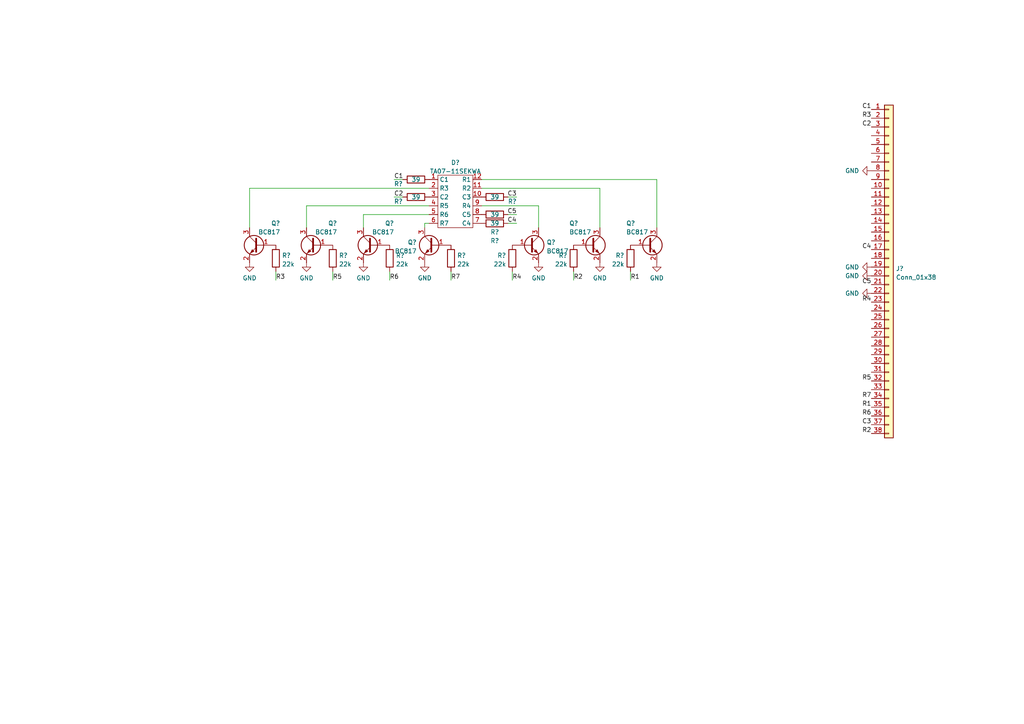
<source format=kicad_sch>
(kicad_sch (version 20211123) (generator eeschema)
  (paper "A4")
  (lib_symbols
    (symbol "Connector_Generic:Conn_01x38" (pin_names (offset 1.016) hide)
      (property "Reference" "J" (at 0 48.26 0))
      (property "Value" "Conn_01x38" (at 0 -50.8 0))
      (symbol "Conn_01x38_1_1"
        (rectangle (start -1.27 -48.133) (end 0 -48.387) (stroke (width 0.1524)))
        (rectangle (start -1.27 -45.593) (end 0 -45.847) (stroke (width 0.1524)))
        (rectangle (start -1.27 -43.053) (end 0 -43.307) (stroke (width 0.1524)))
        (rectangle (start -1.27 -40.513) (end 0 -40.767) (stroke (width 0.1524)))
        (rectangle (start -1.27 -37.973) (end 0 -38.227) (stroke (width 0.1524)))
        (rectangle (start -1.27 -35.433) (end 0 -35.687) (stroke (width 0.1524)))
        (rectangle (start -1.27 -32.893) (end 0 -33.147) (stroke (width 0.1524)))
        (rectangle (start -1.27 -30.353) (end 0 -30.607) (stroke (width 0.1524)))
        (rectangle (start -1.27 -27.813) (end 0 -28.067) (stroke (width 0.1524)))
        (rectangle (start -1.27 -25.273) (end 0 -25.527) (stroke (width 0.1524)))
        (rectangle (start -1.27 -22.733) (end 0 -22.987) (stroke (width 0.1524)))
        (rectangle (start -1.27 -20.193) (end 0 -20.447) (stroke (width 0.1524)))
        (rectangle (start -1.27 -17.653) (end 0 -17.907) (stroke (width 0.1524)))
        (rectangle (start -1.27 -15.113) (end 0 -15.367) (stroke (width 0.1524)))
        (rectangle (start -1.27 -12.573) (end 0 -12.827) (stroke (width 0.1524)))
        (rectangle (start -1.27 -10.033) (end 0 -10.287) (stroke (width 0.1524)))
        (rectangle (start -1.27 -7.493) (end 0 -7.747) (stroke (width 0.1524)))
        (rectangle (start -1.27 -4.953) (end 0 -5.207) (stroke (width 0.1524)))
        (rectangle (start -1.27 -2.413) (end 0 -2.667) (stroke (width 0.1524)))
        (rectangle (start -1.27 0.127) (end 0 -0.127) (stroke (width 0.1524)))
        (rectangle (start -1.27 2.667) (end 0 2.413) (stroke (width 0.1524)))
        (rectangle (start -1.27 5.207) (end 0 4.953) (stroke (width 0.1524)))
        (rectangle (start -1.27 7.747) (end 0 7.493) (stroke (width 0.1524)))
        (rectangle (start -1.27 10.287) (end 0 10.033) (stroke (width 0.1524)))
        (rectangle (start -1.27 12.827) (end 0 12.573) (stroke (width 0.1524)))
        (rectangle (start -1.27 15.367) (end 0 15.113) (stroke (width 0.1524)))
        (rectangle (start -1.27 17.907) (end 0 17.653) (stroke (width 0.1524)))
        (rectangle (start -1.27 20.447) (end 0 20.193) (stroke (width 0.1524)))
        (rectangle (start -1.27 22.987) (end 0 22.733) (stroke (width 0.1524)))
        (rectangle (start -1.27 25.527) (end 0 25.273) (stroke (width 0.1524)))
        (rectangle (start -1.27 28.067) (end 0 27.813) (stroke (width 0.1524)))
        (rectangle (start -1.27 30.607) (end 0 30.353) (stroke (width 0.1524)))
        (rectangle (start -1.27 33.147) (end 0 32.893) (stroke (width 0.1524)))
        (rectangle (start -1.27 35.687) (end 0 35.433) (stroke (width 0.1524)))
        (rectangle (start -1.27 38.227) (end 0 37.973) (stroke (width 0.1524)))
        (rectangle (start -1.27 40.767) (end 0 40.513) (stroke (width 0.1524)))
        (rectangle (start -1.27 43.307) (end 0 43.053) (stroke (width 0.1524)))
        (rectangle (start -1.27 45.847) (end 0 45.593) (stroke (width 0.1524)))
        (rectangle (start -1.27 46.99) (end 1.27 -49.53) (stroke (width 0.254)) (fill (type background)))
        (pin passive line (at -5.08 45.72 0) (length 3.81) (name "Pin_1") (number "1"))
        (pin passive line (at -5.08 22.86 0) (length 3.81) (name "Pin_10") (number "10"))
        (pin passive line (at -5.08 20.32 0) (length 3.81) (name "Pin_11") (number "11"))
        (pin passive line (at -5.08 17.78 0) (length 3.81) (name "Pin_12") (number "12"))
        (pin passive line (at -5.08 15.24 0) (length 3.81) (name "Pin_13") (number "13"))
        (pin passive line (at -5.08 12.7 0) (length 3.81) (name "Pin_14") (number "14"))
        (pin passive line (at -5.08 10.16 0) (length 3.81) (name "Pin_15") (number "15"))
        (pin passive line (at -5.08 7.62 0) (length 3.81) (name "Pin_16") (number "16"))
        (pin passive line (at -5.08 5.08 0) (length 3.81) (name "Pin_17") (number "17"))
        (pin passive line (at -5.08 2.54 0) (length 3.81) (name "Pin_18") (number "18"))
        (pin passive line (at -5.08 0 0) (length 3.81) (name "Pin_19") (number "19"))
        (pin passive line (at -5.08 43.18 0) (length 3.81) (name "Pin_2") (number "2"))
        (pin passive line (at -5.08 -2.54 0) (length 3.81) (name "Pin_20") (number "20"))
        (pin passive line (at -5.08 -5.08 0) (length 3.81) (name "Pin_21") (number "21"))
        (pin passive line (at -5.08 -7.62 0) (length 3.81) (name "Pin_22") (number "22"))
        (pin passive line (at -5.08 -10.16 0) (length 3.81) (name "Pin_23") (number "23"))
        (pin passive line (at -5.08 -12.7 0) (length 3.81) (name "Pin_24") (number "24"))
        (pin passive line (at -5.08 -15.24 0) (length 3.81) (name "Pin_25") (number "25"))
        (pin passive line (at -5.08 -17.78 0) (length 3.81) (name "Pin_26") (number "26"))
        (pin passive line (at -5.08 -20.32 0) (length 3.81) (name "Pin_27") (number "27"))
        (pin passive line (at -5.08 -22.86 0) (length 3.81) (name "Pin_28") (number "28"))
        (pin passive line (at -5.08 -25.4 0) (length 3.81) (name "Pin_29") (number "29"))
        (pin passive line (at -5.08 40.64 0) (length 3.81) (name "Pin_3") (number "3"))
        (pin passive line (at -5.08 -27.94 0) (length 3.81) (name "Pin_30") (number "30"))
        (pin passive line (at -5.08 -30.48 0) (length 3.81) (name "Pin_31") (number "31"))
        (pin passive line (at -5.08 -33.02 0) (length 3.81) (name "Pin_32") (number "32"))
        (pin passive line (at -5.08 -35.56 0) (length 3.81) (name "Pin_33") (number "33"))
        (pin passive line (at -5.08 -38.1 0) (length 3.81) (name "Pin_34") (number "34"))
        (pin passive line (at -5.08 -40.64 0) (length 3.81) (name "Pin_35") (number "35"))
        (pin passive line (at -5.08 -43.18 0) (length 3.81) (name "Pin_36") (number "36"))
        (pin passive line (at -5.08 -45.72 0) (length 3.81) (name "Pin_37") (number "37"))
        (pin passive line (at -5.08 -48.26 0) (length 3.81) (name "Pin_38") (number "38"))
        (pin passive line (at -5.08 38.1 0) (length 3.81) (name "Pin_4") (number "4"))
        (pin passive line (at -5.08 35.56 0) (length 3.81) (name "Pin_5") (number "5"))
        (pin passive line (at -5.08 33.02 0) (length 3.81) (name "Pin_6") (number "6"))
        (pin passive line (at -5.08 30.48 0) (length 3.81) (name "Pin_7") (number "7"))
        (pin passive line (at -5.08 27.94 0) (length 3.81) (name "Pin_8") (number "8"))
        (pin passive line (at -5.08 25.4 0) (length 3.81) (name "Pin_9") (number "9"))
      )
    )
    (symbol "Device:R" (pin_numbers hide) (pin_names (offset 0))
      (property "Reference" "R" (at 2.032 0 90))
      (property "Value" "R" (at 0 0 90))
      (symbol "R_0_1"
        (rectangle (start -1.016 -2.54) (end 1.016 2.54) (stroke (width 0.254)))
      )
      (symbol "R_1_1"
        (pin passive line (at 0 3.81 270) (length 1.27) (name "~") (number "1"))
        (pin passive line (at 0 -3.81 90) (length 1.27) (name "~") (number "2"))
      )
    )
    (symbol "Transistor_BJT:BC817" (pin_names (offset 0) hide)
      (property "Reference" "Q" (at 5.08 1.905 0))
      (property "Value" "BC817" (at 5.08 0 0))
      (symbol "BC817_0_1"
        (polyline (pts (xy 0.635 0.635) (xy 2.54 2.54)))
        (polyline (pts (xy 0.635 -0.635) (xy 2.54 -2.54) (xy 2.54 -2.54)))
        (polyline (pts (xy 0.635 1.905) (xy 0.635 -1.905) (xy 0.635 -1.905)) (stroke (width 0.508)))
        (polyline (pts (xy 1.27 -1.778) (xy 1.778 -1.27) (xy 2.286 -2.286) (xy 1.27 -1.778) (xy 1.27 -1.778)) (fill (type outline)))
        (circle (center 1.27 0) (radius 2.8194) (stroke (width 0.254)))
      )
      (symbol "BC817_1_1"
        (pin input line (at -5.08 0 0) (length 5.715) (name "B") (number "1"))
        (pin passive line (at 2.54 -5.08 90) (length 2.54) (name "E") (number "2"))
        (pin passive line (at 2.54 5.08 270) (length 2.54) (name "C") (number "3"))
      )
    )
    (symbol "led_matrx TA07-11SEKWA:TA07-11SEKWA"
      (property "Reference" "D" (at 5.08 16.51 0))
      (property "Value" "TA07-11SEKWA" (at 5.08 19.05 0))
      (symbol "TA07-11SEKWA_0_1"
        (rectangle (start 0 15.24) (end 10.16 0) (stroke (width 0.1524)))
      )
      (symbol "TA07-11SEKWA_1_1"
        (pin input line (at -2.54 13.97 0) (length 2.54) (name "C1") (number "1"))
        (pin input line (at 12.7 8.89 180) (length 2.54) (name "C3") (number "10"))
        (pin output line (at 12.7 11.43 180) (length 2.54) (name "R2") (number "11"))
        (pin output line (at 12.7 13.97 180) (length 2.54) (name "R1") (number "12"))
        (pin output line (at -2.54 11.43 0) (length 2.54) (name "R3") (number "2"))
        (pin input line (at -2.54 8.89 0) (length 2.54) (name "C2") (number "3"))
        (pin output line (at -2.54 6.35 0) (length 2.54) (name "R5") (number "4"))
        (pin output line (at -2.54 3.81 0) (length 2.54) (name "R6") (number "5"))
        (pin output line (at -2.54 1.27 0) (length 2.54) (name "R7") (number "6"))
        (pin input line (at 12.7 1.27 180) (length 2.54) (name "C4") (number "7"))
        (pin input line (at 12.7 3.81 180) (length 2.54) (name "C5") (number "8"))
        (pin output line (at 12.7 6.35 180) (length 2.54) (name "R4") (number "9"))
      )
    )
    (symbol "power:GND" (power) (pin_names (offset 0))
      (property "Value" "GND" (at 0 -3.81 0))
      (symbol "GND_0_1"
        (polyline (pts (xy 0 0) (xy 0 -1.27) (xy 1.27 -1.27) (xy 0 -2.54) (xy -1.27 -1.27) (xy 0 -1.27)))
      )
      (symbol "GND_1_1"
        (pin power_in line (at 0 0 270) (length 0) hide (name "GND") (number "1"))
      )
    )
  )
  (wire (pts (xy 80.01 78.74) (xy 80.01 81.28)))
  (wire (pts (xy 190.5 52.07) (xy 190.5 66.04)))
  (wire (pts (xy 139.7 59.69) (xy 156.21 59.69)))
  (wire (pts (xy 182.88 78.74) (xy 182.88 81.28)))
  (wire (pts (xy 114.3 52.07) (xy 116.84 52.07)))
  (wire (pts (xy 124.46 59.69) (xy 88.9 59.69)))
  (wire (pts (xy 88.9 59.69) (xy 88.9 66.04)))
  (wire (pts (xy 124.46 64.77) (xy 123.19 64.77)))
  (wire (pts (xy 72.39 54.61) (xy 72.39 66.04)))
  (wire (pts (xy 124.46 62.23) (xy 105.41 62.23)))
  (wire (pts (xy 124.46 54.61) (xy 72.39 54.61)))
  (wire (pts (xy 139.7 54.61) (xy 173.99 54.61)))
  (wire (pts (xy 113.03 78.74) (xy 113.03 81.28)))
  (wire (pts (xy 173.99 54.61) (xy 173.99 66.04)))
  (wire (pts (xy 166.37 78.74) (xy 166.37 81.28)))
  (wire (pts (xy 96.52 78.74) (xy 96.52 81.28)))
  (wire (pts (xy 156.21 59.69) (xy 156.21 66.04)))
  (wire (pts (xy 148.59 78.74) (xy 148.59 81.28)))
  (wire (pts (xy 147.32 64.77) (xy 149.86 64.77)))
  (wire (pts (xy 139.7 52.07) (xy 190.5 52.07)))
  (wire (pts (xy 105.41 62.23) (xy 105.41 66.04)))
  (wire (pts (xy 147.32 57.15) (xy 149.86 57.15)))
  (wire (pts (xy 130.81 78.74) (xy 130.81 81.28)))
  (wire (pts (xy 114.3 57.15) (xy 116.84 57.15)))
  (wire (pts (xy 123.19 64.77) (xy 123.19 66.04)))
  (wire (pts (xy 147.32 62.23) (xy 149.86 62.23)))
  (label "R1" (at 182.88 81.28 0))
  (label "R7" (at 252.73 115.57 180))
  (label "C5" (at 252.73 82.55 180))
  (label "R3" (at 80.01 81.28 0))
  (label "C1" (at 114.3 52.07 0))
  (label "C3" (at 149.86 57.15 180))
  (label "R6" (at 252.73 120.65 180))
  (label "C2" (at 114.3 57.15 0))
  (label "R3" (at 252.73 34.29 180))
  (label "R5" (at 252.73 110.49 180))
  (label "R1" (at 252.73 118.11 180))
  (label "R2" (at 166.37 81.28 0))
  (label "R6" (at 113.03 81.28 0))
  (label "R5" (at 96.52 81.28 0))
  (label "C5" (at 149.86 62.23 180))
  (label "R4" (at 252.73 87.63 180))
  (label "C4" (at 149.86 64.77 180))
  (label "C2" (at 252.73 36.83 180))
  (label "C1" (at 252.73 31.75 180))
  (label "R7" (at 130.81 81.28 0))
  (label "C3" (at 252.73 123.19 180))
  (label "R2" (at 252.73 125.73 180))
  (label "C4" (at 252.73 72.39 180))
  (label "R4" (at 148.59 81.28 0))
  (symbol (lib_id "Device:R") (at 182.88 74.93 0) (mirror y) (unit 1)
    (property "Reference" "R?" (at 181.102 74.0953 0) (effects (justify left)))
    (property "Value" "22k" (at 181.102 76.6322 0) (effects (justify left)))
  )
  (symbol (lib_id "Device:R") (at 143.51 57.15 90) (unit 1)
    (property "Reference" "R?" (at 148.59 58.42 90))
    (property "Value" "39" (at 143.51 57.15 90))
  )
  (symbol (lib_id "Device:R") (at 143.51 64.77 90) (unit 1)
    (property "Reference" "R?" (at 143.51 69.85 90))
    (property "Value" "39" (at 143.51 64.77 90))
  )
  (symbol (lib_id "power:GND") (at 173.99 76.2 0) (mirror y) (unit 1)
    (property "Reference" "#PWR?" (effects hide))
    (property "Value" "GND" (at 173.99 80.6434 0))
  )
  (symbol (lib_id "power:GND") (at 72.39 76.2 0) (unit 1)
    (property "Reference" "#PWR?" (effects hide))
    (property "Value" "GND" (at 72.39 80.6434 0))
  )
  (symbol (lib_id "Device:R") (at 113.03 74.93 0) (unit 1)
    (property "Reference" "R?" (at 114.808 74.0953 0) (effects (justify left)))
    (property "Value" "22k" (at 114.808 76.6322 0) (effects (justify left)))
  )
  (symbol (lib_id "Transistor_BJT:BC817") (at 91.44 71.12 0) (mirror y) (unit 1)
    (property "Reference" "Q?" (at 97.79 64.77 0) (effects (justify left)))
    (property "Value" "BC817" (at 97.79 67.3069 0) (effects (justify left)))
    (property "Footprint" "Package_TO_SOT_SMD:SOT-23" (effects hide))
    (property "Datasheet" "https://www.onsemi.com/pub/Collateral/BC818-D.pdf" (effects hide))
  )
  (symbol (lib_id "Transistor_BJT:BC817") (at 125.73 71.12 0) (mirror y) (unit 1)
    (property "Reference" "Q?" (at 120.8786 70.2853 0) (effects (justify left)))
    (property "Value" "BC817" (at 120.8786 72.8222 0) (effects (justify left)))
    (property "Footprint" "Package_TO_SOT_SMD:SOT-23" (effects hide))
    (property "Datasheet" "https://www.onsemi.com/pub/Collateral/BC818-D.pdf" (effects hide))
  )
  (symbol (lib_id "power:GND") (at 252.73 80.01 270) (mirror x) (unit 1)
    (property "Reference" "#PWR?" (effects hide))
    (property "Value" "GND" (at 245.11 80.01 90) (effects (justify left)))
  )
  (symbol (lib_id "power:GND") (at 88.9 76.2 0) (unit 1)
    (property "Reference" "#PWR?" (effects hide))
    (property "Value" "GND" (at 88.9 80.6434 0))
  )
  (symbol (lib_id "power:GND") (at 105.41 76.2 0) (unit 1)
    (property "Reference" "#PWR?" (effects hide))
    (property "Value" "GND" (at 105.41 80.6434 0))
  )
  (symbol (lib_id "power:GND") (at 156.21 76.2 0) (mirror y) (unit 1)
    (property "Reference" "#PWR?" (effects hide))
    (property "Value" "GND" (at 156.21 80.6434 0))
  )
  (symbol (lib_id "Device:R") (at 96.52 74.93 0) (unit 1)
    (property "Reference" "R?" (at 98.298 74.0953 0) (effects (justify left)))
    (property "Value" "22k" (at 98.298 76.6322 0) (effects (justify left)))
  )
  (symbol (lib_id "Transistor_BJT:BC817") (at 171.45 71.12 0) (unit 1)
    (property "Reference" "Q?" (at 165.1 64.7731 0) (effects (justify left)))
    (property "Value" "BC817" (at 165.1 67.31 0) (effects (justify left)))
    (property "Footprint" "Package_TO_SOT_SMD:SOT-23" (effects hide))
    (property "Datasheet" "https://www.onsemi.com/pub/Collateral/BC818-D.pdf" (effects hide))
  )
  (symbol (lib_id "Device:R") (at 130.81 74.93 0) (unit 1)
    (property "Reference" "R?" (at 132.588 74.0953 0) (effects (justify left)))
    (property "Value" "22k" (at 132.588 76.6322 0) (effects (justify left)))
  )
  (symbol (lib_id "Device:R") (at 166.37 74.93 0) (mirror y) (unit 1)
    (property "Reference" "R?" (at 164.592 74.0953 0) (effects (justify left)))
    (property "Value" "22k" (at 164.592 76.6322 0) (effects (justify left)))
  )
  (symbol (lib_id "Device:R") (at 120.65 57.15 90) (unit 1)
    (property "Reference" "R?" (at 115.57 58.42 90))
    (property "Value" "39" (at 120.65 57.15 90))
  )
  (symbol (lib_id "Transistor_BJT:BC817") (at 107.95 71.12 0) (mirror y) (unit 1)
    (property "Reference" "Q?" (at 114.3 64.7731 0) (effects (justify left)))
    (property "Value" "BC817" (at 114.3 67.31 0) (effects (justify left)))
    (property "Footprint" "Package_TO_SOT_SMD:SOT-23" (effects hide))
    (property "Datasheet" "https://www.onsemi.com/pub/Collateral/BC818-D.pdf" (effects hide))
  )
  (symbol (lib_id "Transistor_BJT:BC817") (at 74.93 71.12 0) (mirror y) (unit 1)
    (property "Reference" "Q?" (at 81.28 64.77 0) (effects (justify left)))
    (property "Value" "BC817" (at 81.28 67.3069 0) (effects (justify left)))
    (property "Footprint" "Package_TO_SOT_SMD:SOT-23" (effects hide))
    (property "Datasheet" "https://www.onsemi.com/pub/Collateral/BC818-D.pdf" (effects hide))
  )
  (symbol (lib_id "Device:R") (at 80.01 74.93 0) (unit 1)
    (property "Reference" "R?" (at 81.788 74.0953 0) (effects (justify left)))
    (property "Value" "22k" (at 81.788 76.6322 0) (effects (justify left)))
  )
  (symbol (lib_id "power:GND") (at 252.73 49.53 270) (mirror x) (unit 1)
    (property "Reference" "#PWR?" (effects hide))
    (property "Value" "GND" (at 245.11 49.53 90) (effects (justify left)))
  )
  (symbol (lib_id "led_matrx TA07-11SEKWA:TA07-11SEKWA") (at 127 66.04 0) (unit 1)
    (property "Reference" "D?" (at 132.08 47.151 0))
    (property "Value" "TA07-11SEKWA" (at 132.08 49.6879 0))
    (property "Datasheet" "https://docs.rs-online.com/9319/0900766b814a9f89.pdf" (effects hide))
  )
  (symbol (lib_id "Device:R") (at 120.65 52.07 90) (unit 1)
    (property "Reference" "R?" (at 115.57 53.34 90))
    (property "Value" "39" (at 120.65 52.07 90))
  )
  (symbol (lib_id "power:GND") (at 123.19 76.2 0) (unit 1)
    (property "Reference" "#PWR?" (effects hide))
    (property "Value" "GND" (at 123.19 80.6434 0))
  )
  (symbol (lib_id "power:GND") (at 252.73 85.09 270) (mirror x) (unit 1)
    (property "Reference" "#PWR?" (effects hide))
    (property "Value" "GND" (at 245.11 85.09 90) (effects (justify left)))
  )
  (symbol (lib_id "power:GND") (at 252.73 77.47 270) (mirror x) (unit 1)
    (property "Reference" "#PWR?" (effects hide))
    (property "Value" "GND" (at 245.11 77.47 90) (effects (justify left)))
  )
  (symbol (lib_id "Transistor_BJT:BC817") (at 187.96 71.12 0) (unit 1)
    (property "Reference" "Q?" (at 181.61 64.77 0) (effects (justify left)))
    (property "Value" "BC817" (at 181.61 67.3069 0) (effects (justify left)))
    (property "Footprint" "Package_TO_SOT_SMD:SOT-23" (effects hide))
    (property "Datasheet" "https://www.onsemi.com/pub/Collateral/BC818-D.pdf" (effects hide))
  )
  (symbol (lib_id "Connector_Generic:Conn_01x38") (at 257.81 77.47 0) (unit 1)
    (property "Reference" "J?" (at 259.842 77.9053 0) (effects (justify left)))
    (property "Value" "Conn_01x38" (at 259.842 80.4422 0) (effects (justify left)))
  )
  (symbol (lib_id "power:GND") (at 190.5 76.2 0) (mirror y) (unit 1)
    (property "Reference" "#PWR?" (effects hide))
    (property "Value" "GND" (at 190.5 80.6434 0))
  )
  (symbol (lib_id "Device:R") (at 143.51 62.23 90) (unit 1)
    (property "Reference" "R?" (at 143.51 67.31 90))
    (property "Value" "39" (at 143.51 62.23 90))
  )
  (symbol (lib_id "Device:R") (at 148.59 74.93 0) (mirror y) (unit 1)
    (property "Reference" "R?" (at 146.812 74.0953 0) (effects (justify left)))
    (property "Value" "22k" (at 146.812 76.6322 0) (effects (justify left)))
  )
  (symbol (lib_id "Transistor_BJT:BC817") (at 153.67 71.12 0) (unit 1)
    (property "Reference" "Q?" (at 158.5214 70.2853 0) (effects (justify left)))
    (property "Value" "BC817" (at 158.5214 72.8222 0) (effects (justify left)))
    (property "Footprint" "Package_TO_SOT_SMD:SOT-23" (effects hide))
    (property "Datasheet" "https://www.onsemi.com/pub/Collateral/BC818-D.pdf" (effects hide))
  )
)
</source>
